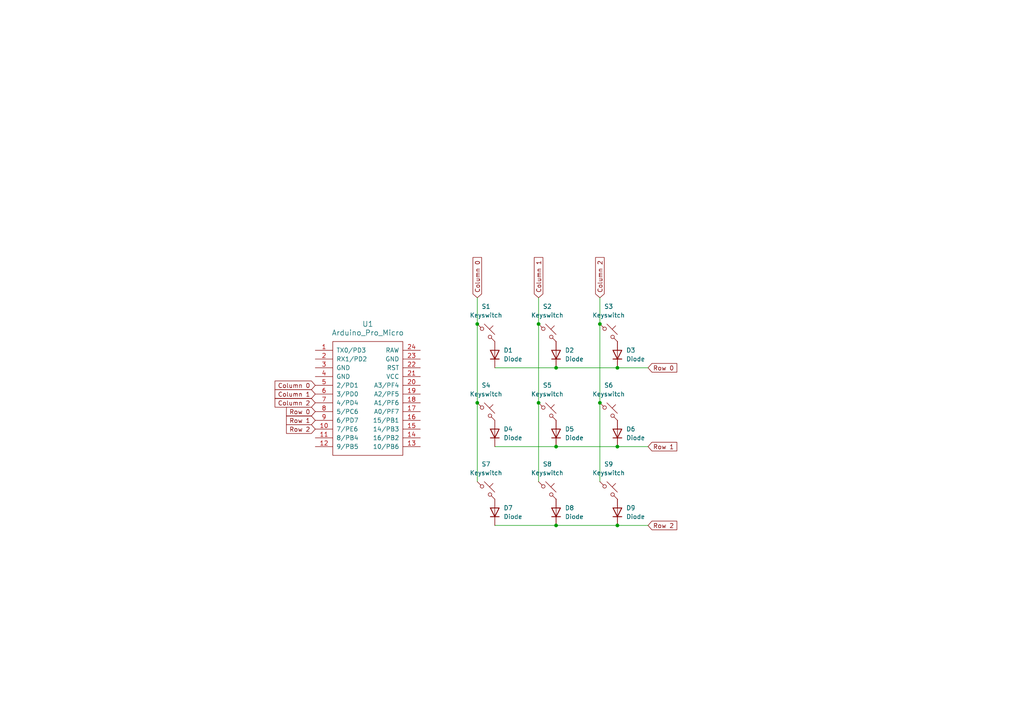
<source format=kicad_sch>
(kicad_sch
	(version 20250114)
	(generator "eeschema")
	(generator_version "9.0")
	(uuid "8a50c21a-e91a-4e68-a097-ae0702272f67")
	(paper "A4")
	(lib_symbols
		(symbol "ScottoKeebs:MCU_Arduino_Pro_Micro"
			(pin_names
				(offset 1.016)
			)
			(exclude_from_sim no)
			(in_bom yes)
			(on_board yes)
			(property "Reference" "U"
				(at 0 0 0)
				(effects
					(font
						(size 1.524 1.524)
					)
				)
			)
			(property "Value" "Arduino_Pro_Micro"
				(at 0 -19.05 0)
				(effects
					(font
						(size 1.524 1.524)
					)
				)
			)
			(property "Footprint" "ScottoKeebs_MCU:Arduino_Pro_Micro"
				(at 0 -22.86 0)
				(effects
					(font
						(size 1.524 1.524)
					)
					(hide yes)
				)
			)
			(property "Datasheet" ""
				(at 26.67 -63.5 90)
				(effects
					(font
						(size 1.524 1.524)
					)
					(hide yes)
				)
			)
			(property "Description" ""
				(at 0 0 0)
				(effects
					(font
						(size 1.27 1.27)
					)
					(hide yes)
				)
			)
			(symbol "MCU_Arduino_Pro_Micro_0_1"
				(rectangle
					(start -10.16 16.51)
					(end 10.16 -16.51)
					(stroke
						(width 0)
						(type solid)
					)
					(fill
						(type none)
					)
				)
			)
			(symbol "MCU_Arduino_Pro_Micro_1_1"
				(pin input line
					(at -15.24 13.97 0)
					(length 5.08)
					(name "TX0/PD3"
						(effects
							(font
								(size 1.27 1.27)
							)
						)
					)
					(number "1"
						(effects
							(font
								(size 1.27 1.27)
							)
						)
					)
				)
				(pin input line
					(at -15.24 11.43 0)
					(length 5.08)
					(name "RX1/PD2"
						(effects
							(font
								(size 1.27 1.27)
							)
						)
					)
					(number "2"
						(effects
							(font
								(size 1.27 1.27)
							)
						)
					)
				)
				(pin input line
					(at -15.24 8.89 0)
					(length 5.08)
					(name "GND"
						(effects
							(font
								(size 1.27 1.27)
							)
						)
					)
					(number "3"
						(effects
							(font
								(size 1.27 1.27)
							)
						)
					)
				)
				(pin input line
					(at -15.24 6.35 0)
					(length 5.08)
					(name "GND"
						(effects
							(font
								(size 1.27 1.27)
							)
						)
					)
					(number "4"
						(effects
							(font
								(size 1.27 1.27)
							)
						)
					)
				)
				(pin input line
					(at -15.24 3.81 0)
					(length 5.08)
					(name "2/PD1"
						(effects
							(font
								(size 1.27 1.27)
							)
						)
					)
					(number "5"
						(effects
							(font
								(size 1.27 1.27)
							)
						)
					)
				)
				(pin input line
					(at -15.24 1.27 0)
					(length 5.08)
					(name "3/PD0"
						(effects
							(font
								(size 1.27 1.27)
							)
						)
					)
					(number "6"
						(effects
							(font
								(size 1.27 1.27)
							)
						)
					)
				)
				(pin input line
					(at -15.24 -1.27 0)
					(length 5.08)
					(name "4/PD4"
						(effects
							(font
								(size 1.27 1.27)
							)
						)
					)
					(number "7"
						(effects
							(font
								(size 1.27 1.27)
							)
						)
					)
				)
				(pin input line
					(at -15.24 -3.81 0)
					(length 5.08)
					(name "5/PC6"
						(effects
							(font
								(size 1.27 1.27)
							)
						)
					)
					(number "8"
						(effects
							(font
								(size 1.27 1.27)
							)
						)
					)
				)
				(pin input line
					(at -15.24 -6.35 0)
					(length 5.08)
					(name "6/PD7"
						(effects
							(font
								(size 1.27 1.27)
							)
						)
					)
					(number "9"
						(effects
							(font
								(size 1.27 1.27)
							)
						)
					)
				)
				(pin input line
					(at -15.24 -8.89 0)
					(length 5.08)
					(name "7/PE6"
						(effects
							(font
								(size 1.27 1.27)
							)
						)
					)
					(number "10"
						(effects
							(font
								(size 1.27 1.27)
							)
						)
					)
				)
				(pin input line
					(at -15.24 -11.43 0)
					(length 5.08)
					(name "8/PB4"
						(effects
							(font
								(size 1.27 1.27)
							)
						)
					)
					(number "11"
						(effects
							(font
								(size 1.27 1.27)
							)
						)
					)
				)
				(pin input line
					(at -15.24 -13.97 0)
					(length 5.08)
					(name "9/PB5"
						(effects
							(font
								(size 1.27 1.27)
							)
						)
					)
					(number "12"
						(effects
							(font
								(size 1.27 1.27)
							)
						)
					)
				)
				(pin input line
					(at 15.24 13.97 180)
					(length 5.08)
					(name "RAW"
						(effects
							(font
								(size 1.27 1.27)
							)
						)
					)
					(number "24"
						(effects
							(font
								(size 1.27 1.27)
							)
						)
					)
				)
				(pin input line
					(at 15.24 11.43 180)
					(length 5.08)
					(name "GND"
						(effects
							(font
								(size 1.27 1.27)
							)
						)
					)
					(number "23"
						(effects
							(font
								(size 1.27 1.27)
							)
						)
					)
				)
				(pin input line
					(at 15.24 8.89 180)
					(length 5.08)
					(name "RST"
						(effects
							(font
								(size 1.27 1.27)
							)
						)
					)
					(number "22"
						(effects
							(font
								(size 1.27 1.27)
							)
						)
					)
				)
				(pin input line
					(at 15.24 6.35 180)
					(length 5.08)
					(name "VCC"
						(effects
							(font
								(size 1.27 1.27)
							)
						)
					)
					(number "21"
						(effects
							(font
								(size 1.27 1.27)
							)
						)
					)
				)
				(pin input line
					(at 15.24 3.81 180)
					(length 5.08)
					(name "A3/PF4"
						(effects
							(font
								(size 1.27 1.27)
							)
						)
					)
					(number "20"
						(effects
							(font
								(size 1.27 1.27)
							)
						)
					)
				)
				(pin input line
					(at 15.24 1.27 180)
					(length 5.08)
					(name "A2/PF5"
						(effects
							(font
								(size 1.27 1.27)
							)
						)
					)
					(number "19"
						(effects
							(font
								(size 1.27 1.27)
							)
						)
					)
				)
				(pin input line
					(at 15.24 -1.27 180)
					(length 5.08)
					(name "A1/PF6"
						(effects
							(font
								(size 1.27 1.27)
							)
						)
					)
					(number "18"
						(effects
							(font
								(size 1.27 1.27)
							)
						)
					)
				)
				(pin input line
					(at 15.24 -3.81 180)
					(length 5.08)
					(name "A0/PF7"
						(effects
							(font
								(size 1.27 1.27)
							)
						)
					)
					(number "17"
						(effects
							(font
								(size 1.27 1.27)
							)
						)
					)
				)
				(pin input line
					(at 15.24 -6.35 180)
					(length 5.08)
					(name "15/PB1"
						(effects
							(font
								(size 1.27 1.27)
							)
						)
					)
					(number "16"
						(effects
							(font
								(size 1.27 1.27)
							)
						)
					)
				)
				(pin input line
					(at 15.24 -8.89 180)
					(length 5.08)
					(name "14/PB3"
						(effects
							(font
								(size 1.27 1.27)
							)
						)
					)
					(number "15"
						(effects
							(font
								(size 1.27 1.27)
							)
						)
					)
				)
				(pin input line
					(at 15.24 -11.43 180)
					(length 5.08)
					(name "16/PB2"
						(effects
							(font
								(size 1.27 1.27)
							)
						)
					)
					(number "14"
						(effects
							(font
								(size 1.27 1.27)
							)
						)
					)
				)
				(pin input line
					(at 15.24 -13.97 180)
					(length 5.08)
					(name "10/PB6"
						(effects
							(font
								(size 1.27 1.27)
							)
						)
					)
					(number "13"
						(effects
							(font
								(size 1.27 1.27)
							)
						)
					)
				)
			)
			(embedded_fonts no)
		)
		(symbol "ScottoKeebs:Placeholder_Diode"
			(pin_numbers
				(hide yes)
			)
			(pin_names
				(hide yes)
			)
			(exclude_from_sim no)
			(in_bom yes)
			(on_board yes)
			(property "Reference" "D"
				(at 0 2.54 0)
				(effects
					(font
						(size 1.27 1.27)
					)
				)
			)
			(property "Value" "Diode"
				(at 0 -2.54 0)
				(effects
					(font
						(size 1.27 1.27)
					)
				)
			)
			(property "Footprint" ""
				(at 0 0 0)
				(effects
					(font
						(size 1.27 1.27)
					)
					(hide yes)
				)
			)
			(property "Datasheet" ""
				(at 0 0 0)
				(effects
					(font
						(size 1.27 1.27)
					)
					(hide yes)
				)
			)
			(property "Description" "1N4148 (DO-35) or 1N4148W (SOD-123)"
				(at 0 0 0)
				(effects
					(font
						(size 1.27 1.27)
					)
					(hide yes)
				)
			)
			(property "Sim.Device" "D"
				(at 0 0 0)
				(effects
					(font
						(size 1.27 1.27)
					)
					(hide yes)
				)
			)
			(property "Sim.Pins" "1=K 2=A"
				(at 0 0 0)
				(effects
					(font
						(size 1.27 1.27)
					)
					(hide yes)
				)
			)
			(property "ki_keywords" "diode"
				(at 0 0 0)
				(effects
					(font
						(size 1.27 1.27)
					)
					(hide yes)
				)
			)
			(property "ki_fp_filters" "D*DO?35*"
				(at 0 0 0)
				(effects
					(font
						(size 1.27 1.27)
					)
					(hide yes)
				)
			)
			(symbol "Placeholder_Diode_0_1"
				(polyline
					(pts
						(xy -1.27 1.27) (xy -1.27 -1.27)
					)
					(stroke
						(width 0.254)
						(type default)
					)
					(fill
						(type none)
					)
				)
				(polyline
					(pts
						(xy 1.27 1.27) (xy 1.27 -1.27) (xy -1.27 0) (xy 1.27 1.27)
					)
					(stroke
						(width 0.254)
						(type default)
					)
					(fill
						(type none)
					)
				)
				(polyline
					(pts
						(xy 1.27 0) (xy -1.27 0)
					)
					(stroke
						(width 0)
						(type default)
					)
					(fill
						(type none)
					)
				)
			)
			(symbol "Placeholder_Diode_1_1"
				(pin passive line
					(at -3.81 0 0)
					(length 2.54)
					(name "K"
						(effects
							(font
								(size 1.27 1.27)
							)
						)
					)
					(number "1"
						(effects
							(font
								(size 1.27 1.27)
							)
						)
					)
				)
				(pin passive line
					(at 3.81 0 180)
					(length 2.54)
					(name "A"
						(effects
							(font
								(size 1.27 1.27)
							)
						)
					)
					(number "2"
						(effects
							(font
								(size 1.27 1.27)
							)
						)
					)
				)
			)
			(embedded_fonts no)
		)
		(symbol "ScottoKeebs:Placeholder_Keyswitch"
			(pin_numbers
				(hide yes)
			)
			(pin_names
				(offset 1.016)
				(hide yes)
			)
			(exclude_from_sim no)
			(in_bom yes)
			(on_board yes)
			(property "Reference" "S"
				(at 3.048 1.016 0)
				(effects
					(font
						(size 1.27 1.27)
					)
					(justify left)
				)
			)
			(property "Value" "Keyswitch"
				(at 0 -3.81 0)
				(effects
					(font
						(size 1.27 1.27)
					)
				)
			)
			(property "Footprint" ""
				(at 0 0 0)
				(effects
					(font
						(size 1.27 1.27)
					)
					(hide yes)
				)
			)
			(property "Datasheet" "~"
				(at 0 0 0)
				(effects
					(font
						(size 1.27 1.27)
					)
					(hide yes)
				)
			)
			(property "Description" "Push button switch, normally open, two pins, 45° tilted"
				(at 0 0 0)
				(effects
					(font
						(size 1.27 1.27)
					)
					(hide yes)
				)
			)
			(property "ki_keywords" "switch normally-open pushbutton push-button"
				(at 0 0 0)
				(effects
					(font
						(size 1.27 1.27)
					)
					(hide yes)
				)
			)
			(symbol "Placeholder_Keyswitch_0_1"
				(polyline
					(pts
						(xy -2.54 2.54) (xy -1.524 1.524) (xy -1.524 1.524)
					)
					(stroke
						(width 0)
						(type default)
					)
					(fill
						(type none)
					)
				)
				(circle
					(center -1.1684 1.1684)
					(radius 0.508)
					(stroke
						(width 0)
						(type default)
					)
					(fill
						(type none)
					)
				)
				(polyline
					(pts
						(xy -0.508 2.54) (xy 2.54 -0.508)
					)
					(stroke
						(width 0)
						(type default)
					)
					(fill
						(type none)
					)
				)
				(polyline
					(pts
						(xy 1.016 1.016) (xy 2.032 2.032)
					)
					(stroke
						(width 0)
						(type default)
					)
					(fill
						(type none)
					)
				)
				(circle
					(center 1.143 -1.1938)
					(radius 0.508)
					(stroke
						(width 0)
						(type default)
					)
					(fill
						(type none)
					)
				)
				(polyline
					(pts
						(xy 1.524 -1.524) (xy 2.54 -2.54) (xy 2.54 -2.54) (xy 2.54 -2.54)
					)
					(stroke
						(width 0)
						(type default)
					)
					(fill
						(type none)
					)
				)
				(pin passive line
					(at -2.54 2.54 0)
					(length 0)
					(name "1"
						(effects
							(font
								(size 1.27 1.27)
							)
						)
					)
					(number "1"
						(effects
							(font
								(size 1.27 1.27)
							)
						)
					)
				)
				(pin passive line
					(at 2.54 -2.54 180)
					(length 0)
					(name "2"
						(effects
							(font
								(size 1.27 1.27)
							)
						)
					)
					(number "2"
						(effects
							(font
								(size 1.27 1.27)
							)
						)
					)
				)
			)
			(embedded_fonts no)
		)
	)
	(junction
		(at 156.21 93.98)
		(diameter 0)
		(color 0 0 0 0)
		(uuid "204f048f-c4b7-4e41-8d07-f2378b972fe4")
	)
	(junction
		(at 173.99 116.84)
		(diameter 0)
		(color 0 0 0 0)
		(uuid "26e4d181-3cb1-4f48-963d-ff11bf1db2eb")
	)
	(junction
		(at 138.43 93.98)
		(diameter 0)
		(color 0 0 0 0)
		(uuid "27588881-72a0-441a-9d93-5a22428bf607")
	)
	(junction
		(at 179.07 152.4)
		(diameter 0)
		(color 0 0 0 0)
		(uuid "3d0f1a03-8921-40b1-a019-dff2a83c3300")
	)
	(junction
		(at 179.07 106.68)
		(diameter 0)
		(color 0 0 0 0)
		(uuid "3d5616f9-5d88-4874-bde5-3e0d34233bd5")
	)
	(junction
		(at 161.29 106.68)
		(diameter 0)
		(color 0 0 0 0)
		(uuid "41a9142e-ec75-49e6-af97-7d44ce971d57")
	)
	(junction
		(at 138.43 116.84)
		(diameter 0)
		(color 0 0 0 0)
		(uuid "715cf125-5b4a-410b-a8d0-b8c84f0f480e")
	)
	(junction
		(at 161.29 129.54)
		(diameter 0)
		(color 0 0 0 0)
		(uuid "854b5ac0-99f1-46f2-8eda-f5ca92e0393c")
	)
	(junction
		(at 161.29 152.4)
		(diameter 0)
		(color 0 0 0 0)
		(uuid "e14bfbd0-1634-4b3c-b42a-061241d16189")
	)
	(junction
		(at 179.07 129.54)
		(diameter 0)
		(color 0 0 0 0)
		(uuid "f23cfcda-e7ed-4d84-b2ad-9f12a1983152")
	)
	(junction
		(at 156.21 116.84)
		(diameter 0)
		(color 0 0 0 0)
		(uuid "f450d323-2f51-463a-903b-f23f1812ba5c")
	)
	(junction
		(at 173.99 93.98)
		(diameter 0)
		(color 0 0 0 0)
		(uuid "f7513cd6-27ea-4568-95fd-9f3ff4aa0340")
	)
	(wire
		(pts
			(xy 173.99 116.84) (xy 173.99 139.7)
		)
		(stroke
			(width 0)
			(type default)
		)
		(uuid "0d2e2a83-fd49-4d03-988d-ac9249249d21")
	)
	(wire
		(pts
			(xy 161.29 152.4) (xy 179.07 152.4)
		)
		(stroke
			(width 0)
			(type default)
		)
		(uuid "2a6484c3-6a83-49af-8afc-9db8eac119b3")
	)
	(wire
		(pts
			(xy 156.21 116.84) (xy 156.21 139.7)
		)
		(stroke
			(width 0)
			(type default)
		)
		(uuid "3012e5e3-a057-40b1-b819-066238ce3a82")
	)
	(wire
		(pts
			(xy 143.51 152.4) (xy 161.29 152.4)
		)
		(stroke
			(width 0)
			(type default)
		)
		(uuid "32f55e6a-4758-4d24-a344-d261b880ce8e")
	)
	(wire
		(pts
			(xy 143.51 129.54) (xy 161.29 129.54)
		)
		(stroke
			(width 0)
			(type default)
		)
		(uuid "3e8037ed-17dd-42c9-9d5b-42a63cd03a3f")
	)
	(wire
		(pts
			(xy 156.21 86.36) (xy 156.21 93.98)
		)
		(stroke
			(width 0)
			(type default)
		)
		(uuid "42a1f6c1-2ed5-4592-b669-db31ef631be8")
	)
	(wire
		(pts
			(xy 187.96 129.54) (xy 179.07 129.54)
		)
		(stroke
			(width 0)
			(type default)
		)
		(uuid "4758e3ee-1df5-4a8a-a19e-db8af24400ea")
	)
	(wire
		(pts
			(xy 173.99 93.98) (xy 173.99 116.84)
		)
		(stroke
			(width 0)
			(type default)
		)
		(uuid "57417ef8-b962-4968-a277-3680bd10e00a")
	)
	(wire
		(pts
			(xy 187.96 152.4) (xy 179.07 152.4)
		)
		(stroke
			(width 0)
			(type default)
		)
		(uuid "626a6b6a-9784-4b36-9198-882d9ef4a59b")
	)
	(wire
		(pts
			(xy 143.51 106.68) (xy 161.29 106.68)
		)
		(stroke
			(width 0)
			(type default)
		)
		(uuid "8463eac6-16bc-483a-98f1-1b77d6d81192")
	)
	(wire
		(pts
			(xy 138.43 116.84) (xy 138.43 139.7)
		)
		(stroke
			(width 0)
			(type default)
		)
		(uuid "873330f5-13a3-4521-a587-6c1582661822")
	)
	(wire
		(pts
			(xy 161.29 106.68) (xy 179.07 106.68)
		)
		(stroke
			(width 0)
			(type default)
		)
		(uuid "8a8dbbf4-fb19-4a33-a5d7-d278bb80d94a")
	)
	(wire
		(pts
			(xy 138.43 86.36) (xy 138.43 93.98)
		)
		(stroke
			(width 0)
			(type default)
		)
		(uuid "9ea8078c-bfff-4323-9672-d085d1da3d1f")
	)
	(wire
		(pts
			(xy 138.43 93.98) (xy 138.43 116.84)
		)
		(stroke
			(width 0)
			(type default)
		)
		(uuid "a0043388-1d3d-4b94-aed0-271e8d782ffa")
	)
	(wire
		(pts
			(xy 156.21 93.98) (xy 156.21 116.84)
		)
		(stroke
			(width 0)
			(type default)
		)
		(uuid "b6050dcd-1085-4318-b131-f93cbbf35a7a")
	)
	(wire
		(pts
			(xy 187.96 106.68) (xy 179.07 106.68)
		)
		(stroke
			(width 0)
			(type default)
		)
		(uuid "c128b6ad-404a-4405-ba74-821daf506b37")
	)
	(wire
		(pts
			(xy 161.29 129.54) (xy 179.07 129.54)
		)
		(stroke
			(width 0)
			(type default)
		)
		(uuid "e6c21bce-249b-4798-a1c2-c2a05284fdf5")
	)
	(wire
		(pts
			(xy 173.99 86.36) (xy 173.99 93.98)
		)
		(stroke
			(width 0)
			(type default)
		)
		(uuid "ebb9398d-7561-465b-b155-351219652128")
	)
	(global_label "Column 1"
		(shape input)
		(at 156.21 86.36 90)
		(fields_autoplaced yes)
		(effects
			(font
				(size 1.27 1.27)
			)
			(justify left)
		)
		(uuid "11d80147-ad2a-4bcc-b29b-884d25daf695")
		(property "Intersheetrefs" "${INTERSHEET_REFS}"
			(at 156.21 74.1222 90)
			(effects
				(font
					(size 1.27 1.27)
				)
				(justify left)
				(hide yes)
			)
		)
	)
	(global_label "Column 0"
		(shape input)
		(at 91.44 111.76 180)
		(fields_autoplaced yes)
		(effects
			(font
				(size 1.27 1.27)
			)
			(justify right)
		)
		(uuid "28eeed81-8fff-4996-b71b-ad5027251eca")
		(property "Intersheetrefs" "${INTERSHEET_REFS}"
			(at 79.2022 111.76 0)
			(effects
				(font
					(size 1.27 1.27)
				)
				(justify right)
				(hide yes)
			)
		)
	)
	(global_label "Column 2"
		(shape input)
		(at 173.99 86.36 90)
		(fields_autoplaced yes)
		(effects
			(font
				(size 1.27 1.27)
			)
			(justify left)
		)
		(uuid "3bc91a5a-016f-46bc-8438-679be7ed8769")
		(property "Intersheetrefs" "${INTERSHEET_REFS}"
			(at 173.99 74.1222 90)
			(effects
				(font
					(size 1.27 1.27)
				)
				(justify left)
				(hide yes)
			)
		)
	)
	(global_label "Row 0"
		(shape input)
		(at 91.44 119.38 180)
		(fields_autoplaced yes)
		(effects
			(font
				(size 1.27 1.27)
			)
			(justify right)
		)
		(uuid "51eb5759-3e92-471f-a10a-ce3e388df49d")
		(property "Intersheetrefs" "${INTERSHEET_REFS}"
			(at 82.5282 119.38 0)
			(effects
				(font
					(size 1.27 1.27)
				)
				(justify right)
				(hide yes)
			)
		)
	)
	(global_label "Column 2"
		(shape input)
		(at 91.44 116.84 180)
		(fields_autoplaced yes)
		(effects
			(font
				(size 1.27 1.27)
			)
			(justify right)
		)
		(uuid "5ffe8428-9523-4be6-bf95-b24324e285e8")
		(property "Intersheetrefs" "${INTERSHEET_REFS}"
			(at 79.2022 116.84 0)
			(effects
				(font
					(size 1.27 1.27)
				)
				(justify right)
				(hide yes)
			)
		)
	)
	(global_label "Row 2"
		(shape input)
		(at 187.96 152.4 0)
		(fields_autoplaced yes)
		(effects
			(font
				(size 1.27 1.27)
			)
			(justify left)
		)
		(uuid "6f059b17-20af-442b-b1c1-550f94989925")
		(property "Intersheetrefs" "${INTERSHEET_REFS}"
			(at 196.8718 152.4 0)
			(effects
				(font
					(size 1.27 1.27)
				)
				(justify left)
				(hide yes)
			)
		)
	)
	(global_label "Row 1"
		(shape input)
		(at 187.96 129.54 0)
		(fields_autoplaced yes)
		(effects
			(font
				(size 1.27 1.27)
			)
			(justify left)
		)
		(uuid "7ee0235d-69f8-4308-a39b-602b2330e32f")
		(property "Intersheetrefs" "${INTERSHEET_REFS}"
			(at 196.8718 129.54 0)
			(effects
				(font
					(size 1.27 1.27)
				)
				(justify left)
				(hide yes)
			)
		)
	)
	(global_label "Column 1"
		(shape input)
		(at 91.44 114.3 180)
		(fields_autoplaced yes)
		(effects
			(font
				(size 1.27 1.27)
			)
			(justify right)
		)
		(uuid "c006a752-daeb-4ecc-b2d6-7b85dcec879e")
		(property "Intersheetrefs" "${INTERSHEET_REFS}"
			(at 79.2022 114.3 0)
			(effects
				(font
					(size 1.27 1.27)
				)
				(justify right)
				(hide yes)
			)
		)
	)
	(global_label "Row 1"
		(shape input)
		(at 91.44 121.92 180)
		(fields_autoplaced yes)
		(effects
			(font
				(size 1.27 1.27)
			)
			(justify right)
		)
		(uuid "c075d0b8-7113-43e6-a208-c002142ed4f6")
		(property "Intersheetrefs" "${INTERSHEET_REFS}"
			(at 82.5282 121.92 0)
			(effects
				(font
					(size 1.27 1.27)
				)
				(justify right)
				(hide yes)
			)
		)
	)
	(global_label "Column 0"
		(shape input)
		(at 138.43 86.36 90)
		(fields_autoplaced yes)
		(effects
			(font
				(size 1.27 1.27)
			)
			(justify left)
		)
		(uuid "cf2fca8d-fecf-4816-add2-221dd571feed")
		(property "Intersheetrefs" "${INTERSHEET_REFS}"
			(at 138.43 74.1222 90)
			(effects
				(font
					(size 1.27 1.27)
				)
				(justify left)
				(hide yes)
			)
		)
	)
	(global_label "Row 0"
		(shape input)
		(at 187.96 106.68 0)
		(fields_autoplaced yes)
		(effects
			(font
				(size 1.27 1.27)
			)
			(justify left)
		)
		(uuid "d731cb68-1bb7-41f9-a69f-9e807b5b6208")
		(property "Intersheetrefs" "${INTERSHEET_REFS}"
			(at 196.8718 106.68 0)
			(effects
				(font
					(size 1.27 1.27)
				)
				(justify left)
				(hide yes)
			)
		)
	)
	(global_label "Row 2"
		(shape input)
		(at 91.44 124.46 180)
		(fields_autoplaced yes)
		(effects
			(font
				(size 1.27 1.27)
			)
			(justify right)
		)
		(uuid "dadaf2cb-13c3-43d0-a55d-0102e800e062")
		(property "Intersheetrefs" "${INTERSHEET_REFS}"
			(at 82.5282 124.46 0)
			(effects
				(font
					(size 1.27 1.27)
				)
				(justify right)
				(hide yes)
			)
		)
	)
	(symbol
		(lib_id "ScottoKeebs:Placeholder_Diode")
		(at 143.51 102.87 90)
		(unit 1)
		(exclude_from_sim no)
		(in_bom yes)
		(on_board yes)
		(dnp no)
		(fields_autoplaced yes)
		(uuid "0eb87b33-2e03-4859-a17b-3ff2b460e9c8")
		(property "Reference" "D1"
			(at 146.05 101.5999 90)
			(effects
				(font
					(size 1.27 1.27)
				)
				(justify right)
			)
		)
		(property "Value" "Diode"
			(at 146.05 104.1399 90)
			(effects
				(font
					(size 1.27 1.27)
				)
				(justify right)
			)
		)
		(property "Footprint" "ScottoKeebs_Components:Diode_DO-35"
			(at 143.51 102.87 0)
			(effects
				(font
					(size 1.27 1.27)
				)
				(hide yes)
			)
		)
		(property "Datasheet" ""
			(at 143.51 102.87 0)
			(effects
				(font
					(size 1.27 1.27)
				)
				(hide yes)
			)
		)
		(property "Description" "1N4148 (DO-35) or 1N4148W (SOD-123)"
			(at 143.51 102.87 0)
			(effects
				(font
					(size 1.27 1.27)
				)
				(hide yes)
			)
		)
		(property "Sim.Device" "D"
			(at 143.51 102.87 0)
			(effects
				(font
					(size 1.27 1.27)
				)
				(hide yes)
			)
		)
		(property "Sim.Pins" "1=K 2=A"
			(at 143.51 102.87 0)
			(effects
				(font
					(size 1.27 1.27)
				)
				(hide yes)
			)
		)
		(pin "1"
			(uuid "3b1367bf-740b-4160-972c-d13d36d95332")
		)
		(pin "2"
			(uuid "a0b0b25a-9e16-4f50-b16b-97eb5535ba15")
		)
		(instances
			(project ""
				(path "/8a50c21a-e91a-4e68-a097-ae0702272f67"
					(reference "D1")
					(unit 1)
				)
			)
		)
	)
	(symbol
		(lib_id "ScottoKeebs:Placeholder_Keyswitch")
		(at 176.53 119.38 0)
		(unit 1)
		(exclude_from_sim no)
		(in_bom yes)
		(on_board yes)
		(dnp no)
		(fields_autoplaced yes)
		(uuid "10ef5894-afc3-4df6-81fd-13fe5d63ff42")
		(property "Reference" "S6"
			(at 176.53 111.76 0)
			(effects
				(font
					(size 1.27 1.27)
				)
			)
		)
		(property "Value" "Keyswitch"
			(at 176.53 114.3 0)
			(effects
				(font
					(size 1.27 1.27)
				)
			)
		)
		(property "Footprint" "ScottoKeebs_MX:MX_PCB_1.00u"
			(at 176.53 119.38 0)
			(effects
				(font
					(size 1.27 1.27)
				)
				(hide yes)
			)
		)
		(property "Datasheet" "~"
			(at 176.53 119.38 0)
			(effects
				(font
					(size 1.27 1.27)
				)
				(hide yes)
			)
		)
		(property "Description" "Push button switch, normally open, two pins, 45° tilted"
			(at 176.53 119.38 0)
			(effects
				(font
					(size 1.27 1.27)
				)
				(hide yes)
			)
		)
		(pin "1"
			(uuid "cadb17ce-ac75-4533-9900-0b4689d60b01")
		)
		(pin "2"
			(uuid "45f16f8b-bdac-4a2c-b0b0-0ba856cdf746")
		)
		(instances
			(project "hackpad0.09"
				(path "/8a50c21a-e91a-4e68-a097-ae0702272f67"
					(reference "S6")
					(unit 1)
				)
			)
		)
	)
	(symbol
		(lib_id "ScottoKeebs:Placeholder_Diode")
		(at 179.07 102.87 90)
		(unit 1)
		(exclude_from_sim no)
		(in_bom yes)
		(on_board yes)
		(dnp no)
		(fields_autoplaced yes)
		(uuid "1e4f94cc-e915-478a-a2db-39ab61445e2e")
		(property "Reference" "D3"
			(at 181.61 101.5999 90)
			(effects
				(font
					(size 1.27 1.27)
				)
				(justify right)
			)
		)
		(property "Value" "Diode"
			(at 181.61 104.1399 90)
			(effects
				(font
					(size 1.27 1.27)
				)
				(justify right)
			)
		)
		(property "Footprint" "ScottoKeebs_Components:Diode_DO-35"
			(at 179.07 102.87 0)
			(effects
				(font
					(size 1.27 1.27)
				)
				(hide yes)
			)
		)
		(property "Datasheet" ""
			(at 179.07 102.87 0)
			(effects
				(font
					(size 1.27 1.27)
				)
				(hide yes)
			)
		)
		(property "Description" "1N4148 (DO-35) or 1N4148W (SOD-123)"
			(at 179.07 102.87 0)
			(effects
				(font
					(size 1.27 1.27)
				)
				(hide yes)
			)
		)
		(property "Sim.Device" "D"
			(at 179.07 102.87 0)
			(effects
				(font
					(size 1.27 1.27)
				)
				(hide yes)
			)
		)
		(property "Sim.Pins" "1=K 2=A"
			(at 179.07 102.87 0)
			(effects
				(font
					(size 1.27 1.27)
				)
				(hide yes)
			)
		)
		(pin "1"
			(uuid "36975b96-fd08-462c-b315-81d5584089ca")
		)
		(pin "2"
			(uuid "2e0a1d19-d6e1-4503-affb-ea143af3bf78")
		)
		(instances
			(project "hackpad0.09"
				(path "/8a50c21a-e91a-4e68-a097-ae0702272f67"
					(reference "D3")
					(unit 1)
				)
			)
		)
	)
	(symbol
		(lib_id "ScottoKeebs:Placeholder_Keyswitch")
		(at 176.53 142.24 0)
		(unit 1)
		(exclude_from_sim no)
		(in_bom yes)
		(on_board yes)
		(dnp no)
		(fields_autoplaced yes)
		(uuid "2f86481a-4e24-41df-a0bb-4a08ee9472cb")
		(property "Reference" "S9"
			(at 176.53 134.62 0)
			(effects
				(font
					(size 1.27 1.27)
				)
			)
		)
		(property "Value" "Keyswitch"
			(at 176.53 137.16 0)
			(effects
				(font
					(size 1.27 1.27)
				)
			)
		)
		(property "Footprint" "ScottoKeebs_MX:MX_PCB_1.00u"
			(at 176.53 142.24 0)
			(effects
				(font
					(size 1.27 1.27)
				)
				(hide yes)
			)
		)
		(property "Datasheet" "~"
			(at 176.53 142.24 0)
			(effects
				(font
					(size 1.27 1.27)
				)
				(hide yes)
			)
		)
		(property "Description" "Push button switch, normally open, two pins, 45° tilted"
			(at 176.53 142.24 0)
			(effects
				(font
					(size 1.27 1.27)
				)
				(hide yes)
			)
		)
		(pin "1"
			(uuid "a209c30a-3b3c-465c-aeb1-e4355e7c4e62")
		)
		(pin "2"
			(uuid "69b2872f-293b-492b-9143-83f840714d60")
		)
		(instances
			(project "hackpad0.09"
				(path "/8a50c21a-e91a-4e68-a097-ae0702272f67"
					(reference "S9")
					(unit 1)
				)
			)
		)
	)
	(symbol
		(lib_id "ScottoKeebs:Placeholder_Keyswitch")
		(at 158.75 96.52 0)
		(unit 1)
		(exclude_from_sim no)
		(in_bom yes)
		(on_board yes)
		(dnp no)
		(fields_autoplaced yes)
		(uuid "542f7407-1ca7-44b3-961e-32c63989e297")
		(property "Reference" "S2"
			(at 158.75 88.9 0)
			(effects
				(font
					(size 1.27 1.27)
				)
			)
		)
		(property "Value" "Keyswitch"
			(at 158.75 91.44 0)
			(effects
				(font
					(size 1.27 1.27)
				)
			)
		)
		(property "Footprint" "ScottoKeebs_MX:MX_PCB_1.00u"
			(at 158.75 96.52 0)
			(effects
				(font
					(size 1.27 1.27)
				)
				(hide yes)
			)
		)
		(property "Datasheet" "~"
			(at 158.75 96.52 0)
			(effects
				(font
					(size 1.27 1.27)
				)
				(hide yes)
			)
		)
		(property "Description" "Push button switch, normally open, two pins, 45° tilted"
			(at 158.75 96.52 0)
			(effects
				(font
					(size 1.27 1.27)
				)
				(hide yes)
			)
		)
		(pin "1"
			(uuid "3e533dbc-5ed9-4951-a29f-1bdde5e8354b")
		)
		(pin "2"
			(uuid "cc57b072-77d0-498b-89f9-6b26b25265a1")
		)
		(instances
			(project "hackpad0.09"
				(path "/8a50c21a-e91a-4e68-a097-ae0702272f67"
					(reference "S2")
					(unit 1)
				)
			)
		)
	)
	(symbol
		(lib_id "ScottoKeebs:Placeholder_Diode")
		(at 143.51 125.73 90)
		(unit 1)
		(exclude_from_sim no)
		(in_bom yes)
		(on_board yes)
		(dnp no)
		(fields_autoplaced yes)
		(uuid "55b0c4ba-bf53-4bb5-9e28-0706ccbf2270")
		(property "Reference" "D4"
			(at 146.05 124.4599 90)
			(effects
				(font
					(size 1.27 1.27)
				)
				(justify right)
			)
		)
		(property "Value" "Diode"
			(at 146.05 126.9999 90)
			(effects
				(font
					(size 1.27 1.27)
				)
				(justify right)
			)
		)
		(property "Footprint" "ScottoKeebs_Components:Diode_DO-35"
			(at 143.51 125.73 0)
			(effects
				(font
					(size 1.27 1.27)
				)
				(hide yes)
			)
		)
		(property "Datasheet" ""
			(at 143.51 125.73 0)
			(effects
				(font
					(size 1.27 1.27)
				)
				(hide yes)
			)
		)
		(property "Description" "1N4148 (DO-35) or 1N4148W (SOD-123)"
			(at 143.51 125.73 0)
			(effects
				(font
					(size 1.27 1.27)
				)
				(hide yes)
			)
		)
		(property "Sim.Device" "D"
			(at 143.51 125.73 0)
			(effects
				(font
					(size 1.27 1.27)
				)
				(hide yes)
			)
		)
		(property "Sim.Pins" "1=K 2=A"
			(at 143.51 125.73 0)
			(effects
				(font
					(size 1.27 1.27)
				)
				(hide yes)
			)
		)
		(pin "1"
			(uuid "6678ace3-7c11-4b8d-b6c7-9c8f7059343b")
		)
		(pin "2"
			(uuid "095d1dcf-9465-4571-9c96-6c9afd1aa287")
		)
		(instances
			(project "hackpad0.09"
				(path "/8a50c21a-e91a-4e68-a097-ae0702272f67"
					(reference "D4")
					(unit 1)
				)
			)
		)
	)
	(symbol
		(lib_id "ScottoKeebs:MCU_Arduino_Pro_Micro")
		(at 106.68 115.57 0)
		(unit 1)
		(exclude_from_sim no)
		(in_bom yes)
		(on_board yes)
		(dnp no)
		(fields_autoplaced yes)
		(uuid "72818616-d6eb-4baa-84f1-b42bd6561c5e")
		(property "Reference" "U1"
			(at 106.68 93.98 0)
			(effects
				(font
					(size 1.524 1.524)
				)
			)
		)
		(property "Value" "Arduino_Pro_Micro"
			(at 106.68 96.52 0)
			(effects
				(font
					(size 1.524 1.524)
				)
			)
		)
		(property "Footprint" "ScottoKeebs_MCU:Arduino_Pro_Micro"
			(at 106.68 138.43 0)
			(effects
				(font
					(size 1.524 1.524)
				)
				(hide yes)
			)
		)
		(property "Datasheet" ""
			(at 133.35 179.07 90)
			(effects
				(font
					(size 1.524 1.524)
				)
				(hide yes)
			)
		)
		(property "Description" ""
			(at 106.68 115.57 0)
			(effects
				(font
					(size 1.27 1.27)
				)
				(hide yes)
			)
		)
		(pin "1"
			(uuid "2463cff5-d227-47ed-ac71-aea4ad66352e")
		)
		(pin "3"
			(uuid "a317e57a-5312-4cc6-8b56-83c7e6bd64b3")
		)
		(pin "10"
			(uuid "7bea1b6b-0167-4b22-91cc-75e0f85cc318")
		)
		(pin "6"
			(uuid "425f9cd1-93eb-4d71-8509-5da8cf8deb6e")
		)
		(pin "23"
			(uuid "4bb6a40b-6ec3-47e1-83ee-0413a8a82f16")
		)
		(pin "4"
			(uuid "88e48a20-3005-461a-98b1-f0202dde79b1")
		)
		(pin "9"
			(uuid "470d9814-6d27-4037-a8b3-ed7849566971")
		)
		(pin "7"
			(uuid "193d3396-71f4-4194-971a-9944fdc664fa")
		)
		(pin "2"
			(uuid "f74c689c-0c8a-49da-9be1-f66f110728b3")
		)
		(pin "5"
			(uuid "3a973c56-8cbb-428d-8c83-5ea2fcf264ba")
		)
		(pin "8"
			(uuid "49bdcd77-b914-407e-a3f5-354475791f9f")
		)
		(pin "11"
			(uuid "28bbaa68-7388-4eda-bde9-088353064548")
		)
		(pin "12"
			(uuid "43200373-1167-4d31-b75a-1926aee45e9e")
		)
		(pin "24"
			(uuid "33533458-fa5e-4cf4-89de-94c6f1c11962")
		)
		(pin "20"
			(uuid "e6dd40c2-af65-45a9-a33d-e563644c308e")
		)
		(pin "15"
			(uuid "64732059-064c-445b-b609-669cd5060908")
		)
		(pin "21"
			(uuid "848e7449-fbc1-468e-b6a0-af84eef3ddb0")
		)
		(pin "22"
			(uuid "e944f372-9cc3-464b-a29b-34638b7021b6")
		)
		(pin "19"
			(uuid "ca87a10e-5ed8-4af9-88ef-55513ac8ebd4")
		)
		(pin "18"
			(uuid "5598a343-c8d8-49c1-b3c4-50e88840184b")
		)
		(pin "17"
			(uuid "8485b553-8077-4600-9a55-9bc7214f6a9e")
		)
		(pin "14"
			(uuid "011e43de-e430-485d-a7e6-ace90b015db6")
		)
		(pin "13"
			(uuid "c58d2891-086d-4baa-a419-cf3e73a2c5f9")
		)
		(pin "16"
			(uuid "178f1f60-f404-4113-ad7d-a646f2f63694")
		)
		(instances
			(project ""
				(path "/8a50c21a-e91a-4e68-a097-ae0702272f67"
					(reference "U1")
					(unit 1)
				)
			)
		)
	)
	(symbol
		(lib_id "ScottoKeebs:Placeholder_Keyswitch")
		(at 158.75 142.24 0)
		(unit 1)
		(exclude_from_sim no)
		(in_bom yes)
		(on_board yes)
		(dnp no)
		(fields_autoplaced yes)
		(uuid "796c20f4-2beb-4f10-a272-0b936a96508c")
		(property "Reference" "S8"
			(at 158.75 134.62 0)
			(effects
				(font
					(size 1.27 1.27)
				)
			)
		)
		(property "Value" "Keyswitch"
			(at 158.75 137.16 0)
			(effects
				(font
					(size 1.27 1.27)
				)
			)
		)
		(property "Footprint" "ScottoKeebs_MX:MX_PCB_1.00u"
			(at 158.75 142.24 0)
			(effects
				(font
					(size 1.27 1.27)
				)
				(hide yes)
			)
		)
		(property "Datasheet" "~"
			(at 158.75 142.24 0)
			(effects
				(font
					(size 1.27 1.27)
				)
				(hide yes)
			)
		)
		(property "Description" "Push button switch, normally open, two pins, 45° tilted"
			(at 158.75 142.24 0)
			(effects
				(font
					(size 1.27 1.27)
				)
				(hide yes)
			)
		)
		(pin "1"
			(uuid "bbbb7862-9f1e-40a9-aeed-e56edf699790")
		)
		(pin "2"
			(uuid "68216cc3-a82d-4fea-adf4-66d8b145e380")
		)
		(instances
			(project "hackpad0.09"
				(path "/8a50c21a-e91a-4e68-a097-ae0702272f67"
					(reference "S8")
					(unit 1)
				)
			)
		)
	)
	(symbol
		(lib_id "ScottoKeebs:Placeholder_Diode")
		(at 161.29 125.73 90)
		(unit 1)
		(exclude_from_sim no)
		(in_bom yes)
		(on_board yes)
		(dnp no)
		(fields_autoplaced yes)
		(uuid "7f51f7e8-14f2-4a9a-aa94-bcacbeadeedd")
		(property "Reference" "D5"
			(at 163.83 124.4599 90)
			(effects
				(font
					(size 1.27 1.27)
				)
				(justify right)
			)
		)
		(property "Value" "Diode"
			(at 163.83 126.9999 90)
			(effects
				(font
					(size 1.27 1.27)
				)
				(justify right)
			)
		)
		(property "Footprint" "ScottoKeebs_Components:Diode_DO-35"
			(at 161.29 125.73 0)
			(effects
				(font
					(size 1.27 1.27)
				)
				(hide yes)
			)
		)
		(property "Datasheet" ""
			(at 161.29 125.73 0)
			(effects
				(font
					(size 1.27 1.27)
				)
				(hide yes)
			)
		)
		(property "Description" "1N4148 (DO-35) or 1N4148W (SOD-123)"
			(at 161.29 125.73 0)
			(effects
				(font
					(size 1.27 1.27)
				)
				(hide yes)
			)
		)
		(property "Sim.Device" "D"
			(at 161.29 125.73 0)
			(effects
				(font
					(size 1.27 1.27)
				)
				(hide yes)
			)
		)
		(property "Sim.Pins" "1=K 2=A"
			(at 161.29 125.73 0)
			(effects
				(font
					(size 1.27 1.27)
				)
				(hide yes)
			)
		)
		(pin "1"
			(uuid "8e1ad049-fef3-4454-9b78-025fac21ce79")
		)
		(pin "2"
			(uuid "1b0a3342-45f0-43ab-8f61-c5435cb89954")
		)
		(instances
			(project "hackpad0.09"
				(path "/8a50c21a-e91a-4e68-a097-ae0702272f67"
					(reference "D5")
					(unit 1)
				)
			)
		)
	)
	(symbol
		(lib_id "ScottoKeebs:Placeholder_Keyswitch")
		(at 158.75 119.38 0)
		(unit 1)
		(exclude_from_sim no)
		(in_bom yes)
		(on_board yes)
		(dnp no)
		(fields_autoplaced yes)
		(uuid "96491b00-1f46-4dc2-b478-ece81a67cf89")
		(property "Reference" "S5"
			(at 158.75 111.76 0)
			(effects
				(font
					(size 1.27 1.27)
				)
			)
		)
		(property "Value" "Keyswitch"
			(at 158.75 114.3 0)
			(effects
				(font
					(size 1.27 1.27)
				)
			)
		)
		(property "Footprint" "ScottoKeebs_MX:MX_PCB_1.00u"
			(at 158.75 119.38 0)
			(effects
				(font
					(size 1.27 1.27)
				)
				(hide yes)
			)
		)
		(property "Datasheet" "~"
			(at 158.75 119.38 0)
			(effects
				(font
					(size 1.27 1.27)
				)
				(hide yes)
			)
		)
		(property "Description" "Push button switch, normally open, two pins, 45° tilted"
			(at 158.75 119.38 0)
			(effects
				(font
					(size 1.27 1.27)
				)
				(hide yes)
			)
		)
		(pin "1"
			(uuid "9f7d456c-fdbe-4d55-a601-701b6b1aa2ef")
		)
		(pin "2"
			(uuid "7431692a-5a8d-43c4-af4f-bb5517742bf3")
		)
		(instances
			(project "hackpad0.09"
				(path "/8a50c21a-e91a-4e68-a097-ae0702272f67"
					(reference "S5")
					(unit 1)
				)
			)
		)
	)
	(symbol
		(lib_id "ScottoKeebs:Placeholder_Keyswitch")
		(at 140.97 142.24 0)
		(unit 1)
		(exclude_from_sim no)
		(in_bom yes)
		(on_board yes)
		(dnp no)
		(fields_autoplaced yes)
		(uuid "9c8d9394-20ce-4749-8d9b-2cf9f08c28e9")
		(property "Reference" "S7"
			(at 140.97 134.62 0)
			(effects
				(font
					(size 1.27 1.27)
				)
			)
		)
		(property "Value" "Keyswitch"
			(at 140.97 137.16 0)
			(effects
				(font
					(size 1.27 1.27)
				)
			)
		)
		(property "Footprint" "ScottoKeebs_MX:MX_PCB_1.00u"
			(at 140.97 142.24 0)
			(effects
				(font
					(size 1.27 1.27)
				)
				(hide yes)
			)
		)
		(property "Datasheet" "~"
			(at 140.97 142.24 0)
			(effects
				(font
					(size 1.27 1.27)
				)
				(hide yes)
			)
		)
		(property "Description" "Push button switch, normally open, two pins, 45° tilted"
			(at 140.97 142.24 0)
			(effects
				(font
					(size 1.27 1.27)
				)
				(hide yes)
			)
		)
		(pin "1"
			(uuid "a6bdf938-54e9-409a-9455-aca74c1cda67")
		)
		(pin "2"
			(uuid "f7f6c2c2-55cb-43fa-b18e-96c59802d065")
		)
		(instances
			(project "hackpad0.09"
				(path "/8a50c21a-e91a-4e68-a097-ae0702272f67"
					(reference "S7")
					(unit 1)
				)
			)
		)
	)
	(symbol
		(lib_id "ScottoKeebs:Placeholder_Keyswitch")
		(at 140.97 119.38 0)
		(unit 1)
		(exclude_from_sim no)
		(in_bom yes)
		(on_board yes)
		(dnp no)
		(fields_autoplaced yes)
		(uuid "c50fc76d-2139-46d9-b36c-0f4ab854875a")
		(property "Reference" "S4"
			(at 140.97 111.76 0)
			(effects
				(font
					(size 1.27 1.27)
				)
			)
		)
		(property "Value" "Keyswitch"
			(at 140.97 114.3 0)
			(effects
				(font
					(size 1.27 1.27)
				)
			)
		)
		(property "Footprint" "ScottoKeebs_MX:MX_PCB_1.00u"
			(at 140.97 119.38 0)
			(effects
				(font
					(size 1.27 1.27)
				)
				(hide yes)
			)
		)
		(property "Datasheet" "~"
			(at 140.97 119.38 0)
			(effects
				(font
					(size 1.27 1.27)
				)
				(hide yes)
			)
		)
		(property "Description" "Push button switch, normally open, two pins, 45° tilted"
			(at 140.97 119.38 0)
			(effects
				(font
					(size 1.27 1.27)
				)
				(hide yes)
			)
		)
		(pin "1"
			(uuid "fde0b8ae-7837-4cdf-ad9e-0006e659c296")
		)
		(pin "2"
			(uuid "951ee32e-3539-4ee7-a895-951cc66f216f")
		)
		(instances
			(project "hackpad0.09"
				(path "/8a50c21a-e91a-4e68-a097-ae0702272f67"
					(reference "S4")
					(unit 1)
				)
			)
		)
	)
	(symbol
		(lib_id "ScottoKeebs:Placeholder_Diode")
		(at 143.51 148.59 90)
		(unit 1)
		(exclude_from_sim no)
		(in_bom yes)
		(on_board yes)
		(dnp no)
		(fields_autoplaced yes)
		(uuid "c5d1995f-3ce0-4d20-8cf8-0c9651ca5b25")
		(property "Reference" "D7"
			(at 146.05 147.3199 90)
			(effects
				(font
					(size 1.27 1.27)
				)
				(justify right)
			)
		)
		(property "Value" "Diode"
			(at 146.05 149.8599 90)
			(effects
				(font
					(size 1.27 1.27)
				)
				(justify right)
			)
		)
		(property "Footprint" "ScottoKeebs_Components:Diode_DO-35"
			(at 143.51 148.59 0)
			(effects
				(font
					(size 1.27 1.27)
				)
				(hide yes)
			)
		)
		(property "Datasheet" ""
			(at 143.51 148.59 0)
			(effects
				(font
					(size 1.27 1.27)
				)
				(hide yes)
			)
		)
		(property "Description" "1N4148 (DO-35) or 1N4148W (SOD-123)"
			(at 143.51 148.59 0)
			(effects
				(font
					(size 1.27 1.27)
				)
				(hide yes)
			)
		)
		(property "Sim.Device" "D"
			(at 143.51 148.59 0)
			(effects
				(font
					(size 1.27 1.27)
				)
				(hide yes)
			)
		)
		(property "Sim.Pins" "1=K 2=A"
			(at 143.51 148.59 0)
			(effects
				(font
					(size 1.27 1.27)
				)
				(hide yes)
			)
		)
		(pin "1"
			(uuid "a5a16c9b-70fe-47c3-8bbf-2a7e6a782ade")
		)
		(pin "2"
			(uuid "b951ba54-6b9f-4942-a59a-6b5d3189a89f")
		)
		(instances
			(project "hackpad0.09"
				(path "/8a50c21a-e91a-4e68-a097-ae0702272f67"
					(reference "D7")
					(unit 1)
				)
			)
		)
	)
	(symbol
		(lib_id "ScottoKeebs:Placeholder_Diode")
		(at 161.29 102.87 90)
		(unit 1)
		(exclude_from_sim no)
		(in_bom yes)
		(on_board yes)
		(dnp no)
		(fields_autoplaced yes)
		(uuid "c5d39236-3f8a-4d4d-be2c-c4a05a5dc5a2")
		(property "Reference" "D2"
			(at 163.83 101.5999 90)
			(effects
				(font
					(size 1.27 1.27)
				)
				(justify right)
			)
		)
		(property "Value" "Diode"
			(at 163.83 104.1399 90)
			(effects
				(font
					(size 1.27 1.27)
				)
				(justify right)
			)
		)
		(property "Footprint" "ScottoKeebs_Components:Diode_DO-35"
			(at 161.29 102.87 0)
			(effects
				(font
					(size 1.27 1.27)
				)
				(hide yes)
			)
		)
		(property "Datasheet" ""
			(at 161.29 102.87 0)
			(effects
				(font
					(size 1.27 1.27)
				)
				(hide yes)
			)
		)
		(property "Description" "1N4148 (DO-35) or 1N4148W (SOD-123)"
			(at 161.29 102.87 0)
			(effects
				(font
					(size 1.27 1.27)
				)
				(hide yes)
			)
		)
		(property "Sim.Device" "D"
			(at 161.29 102.87 0)
			(effects
				(font
					(size 1.27 1.27)
				)
				(hide yes)
			)
		)
		(property "Sim.Pins" "1=K 2=A"
			(at 161.29 102.87 0)
			(effects
				(font
					(size 1.27 1.27)
				)
				(hide yes)
			)
		)
		(pin "1"
			(uuid "457bf335-f6e1-4325-9bf4-6cc93c79d4af")
		)
		(pin "2"
			(uuid "0526f15d-e773-458c-8e6b-ebb53b3f2be5")
		)
		(instances
			(project "hackpad0.09"
				(path "/8a50c21a-e91a-4e68-a097-ae0702272f67"
					(reference "D2")
					(unit 1)
				)
			)
		)
	)
	(symbol
		(lib_id "ScottoKeebs:Placeholder_Diode")
		(at 161.29 148.59 90)
		(unit 1)
		(exclude_from_sim no)
		(in_bom yes)
		(on_board yes)
		(dnp no)
		(fields_autoplaced yes)
		(uuid "ca810498-c97e-4d76-b6da-b61b52610974")
		(property "Reference" "D8"
			(at 163.83 147.3199 90)
			(effects
				(font
					(size 1.27 1.27)
				)
				(justify right)
			)
		)
		(property "Value" "Diode"
			(at 163.83 149.8599 90)
			(effects
				(font
					(size 1.27 1.27)
				)
				(justify right)
			)
		)
		(property "Footprint" "ScottoKeebs_Components:Diode_DO-35"
			(at 161.29 148.59 0)
			(effects
				(font
					(size 1.27 1.27)
				)
				(hide yes)
			)
		)
		(property "Datasheet" ""
			(at 161.29 148.59 0)
			(effects
				(font
					(size 1.27 1.27)
				)
				(hide yes)
			)
		)
		(property "Description" "1N4148 (DO-35) or 1N4148W (SOD-123)"
			(at 161.29 148.59 0)
			(effects
				(font
					(size 1.27 1.27)
				)
				(hide yes)
			)
		)
		(property "Sim.Device" "D"
			(at 161.29 148.59 0)
			(effects
				(font
					(size 1.27 1.27)
				)
				(hide yes)
			)
		)
		(property "Sim.Pins" "1=K 2=A"
			(at 161.29 148.59 0)
			(effects
				(font
					(size 1.27 1.27)
				)
				(hide yes)
			)
		)
		(pin "1"
			(uuid "0dba1e30-509b-41d0-bcb9-b7019bde873c")
		)
		(pin "2"
			(uuid "a45f24d6-66e7-4e13-b48d-13e021579470")
		)
		(instances
			(project "hackpad0.09"
				(path "/8a50c21a-e91a-4e68-a097-ae0702272f67"
					(reference "D8")
					(unit 1)
				)
			)
		)
	)
	(symbol
		(lib_id "ScottoKeebs:Placeholder_Keyswitch")
		(at 176.53 96.52 0)
		(unit 1)
		(exclude_from_sim no)
		(in_bom yes)
		(on_board yes)
		(dnp no)
		(fields_autoplaced yes)
		(uuid "d4d2652d-374c-4e98-a77d-ed2b4fee8dd1")
		(property "Reference" "S3"
			(at 176.53 88.9 0)
			(effects
				(font
					(size 1.27 1.27)
				)
			)
		)
		(property "Value" "Keyswitch"
			(at 176.53 91.44 0)
			(effects
				(font
					(size 1.27 1.27)
				)
			)
		)
		(property "Footprint" "ScottoKeebs_MX:MX_PCB_1.00u"
			(at 176.53 96.52 0)
			(effects
				(font
					(size 1.27 1.27)
				)
				(hide yes)
			)
		)
		(property "Datasheet" "~"
			(at 176.53 96.52 0)
			(effects
				(font
					(size 1.27 1.27)
				)
				(hide yes)
			)
		)
		(property "Description" "Push button switch, normally open, two pins, 45° tilted"
			(at 176.53 96.52 0)
			(effects
				(font
					(size 1.27 1.27)
				)
				(hide yes)
			)
		)
		(pin "1"
			(uuid "2189ade2-9c19-4798-adbc-0988e2114f76")
		)
		(pin "2"
			(uuid "50d09f0d-3943-4cc6-8e2b-644411ee8461")
		)
		(instances
			(project "hackpad0.09"
				(path "/8a50c21a-e91a-4e68-a097-ae0702272f67"
					(reference "S3")
					(unit 1)
				)
			)
		)
	)
	(symbol
		(lib_id "ScottoKeebs:Placeholder_Diode")
		(at 179.07 148.59 90)
		(unit 1)
		(exclude_from_sim no)
		(in_bom yes)
		(on_board yes)
		(dnp no)
		(fields_autoplaced yes)
		(uuid "eac25adc-8ec3-4a57-a155-e22d7f43691b")
		(property "Reference" "D9"
			(at 181.61 147.3199 90)
			(effects
				(font
					(size 1.27 1.27)
				)
				(justify right)
			)
		)
		(property "Value" "Diode"
			(at 181.61 149.8599 90)
			(effects
				(font
					(size 1.27 1.27)
				)
				(justify right)
			)
		)
		(property "Footprint" "ScottoKeebs_Components:Diode_DO-35"
			(at 179.07 148.59 0)
			(effects
				(font
					(size 1.27 1.27)
				)
				(hide yes)
			)
		)
		(property "Datasheet" ""
			(at 179.07 148.59 0)
			(effects
				(font
					(size 1.27 1.27)
				)
				(hide yes)
			)
		)
		(property "Description" "1N4148 (DO-35) or 1N4148W (SOD-123)"
			(at 179.07 148.59 0)
			(effects
				(font
					(size 1.27 1.27)
				)
				(hide yes)
			)
		)
		(property "Sim.Device" "D"
			(at 179.07 148.59 0)
			(effects
				(font
					(size 1.27 1.27)
				)
				(hide yes)
			)
		)
		(property "Sim.Pins" "1=K 2=A"
			(at 179.07 148.59 0)
			(effects
				(font
					(size 1.27 1.27)
				)
				(hide yes)
			)
		)
		(pin "1"
			(uuid "4e677b3a-3349-431c-9bb2-e801cf4408aa")
		)
		(pin "2"
			(uuid "1dcfb93e-2892-4b39-bbc0-5aa7c990379c")
		)
		(instances
			(project "hackpad0.09"
				(path "/8a50c21a-e91a-4e68-a097-ae0702272f67"
					(reference "D9")
					(unit 1)
				)
			)
		)
	)
	(symbol
		(lib_id "ScottoKeebs:Placeholder_Keyswitch")
		(at 140.97 96.52 0)
		(unit 1)
		(exclude_from_sim no)
		(in_bom yes)
		(on_board yes)
		(dnp no)
		(fields_autoplaced yes)
		(uuid "f1a7777d-f474-476d-8833-824b3816be24")
		(property "Reference" "S1"
			(at 140.97 88.9 0)
			(effects
				(font
					(size 1.27 1.27)
				)
			)
		)
		(property "Value" "Keyswitch"
			(at 140.97 91.44 0)
			(effects
				(font
					(size 1.27 1.27)
				)
			)
		)
		(property "Footprint" "ScottoKeebs_MX:MX_PCB_1.00u"
			(at 140.97 96.52 0)
			(effects
				(font
					(size 1.27 1.27)
				)
				(hide yes)
			)
		)
		(property "Datasheet" "~"
			(at 140.97 96.52 0)
			(effects
				(font
					(size 1.27 1.27)
				)
				(hide yes)
			)
		)
		(property "Description" "Push button switch, normally open, two pins, 45° tilted"
			(at 140.97 96.52 0)
			(effects
				(font
					(size 1.27 1.27)
				)
				(hide yes)
			)
		)
		(pin "1"
			(uuid "e1af0e44-0835-4999-86d6-43fc6e489fd1")
		)
		(pin "2"
			(uuid "57264a46-5e1c-4880-b08d-1ef614bbeaf2")
		)
		(instances
			(project ""
				(path "/8a50c21a-e91a-4e68-a097-ae0702272f67"
					(reference "S1")
					(unit 1)
				)
			)
		)
	)
	(symbol
		(lib_id "ScottoKeebs:Placeholder_Diode")
		(at 179.07 125.73 90)
		(unit 1)
		(exclude_from_sim no)
		(in_bom yes)
		(on_board yes)
		(dnp no)
		(fields_autoplaced yes)
		(uuid "fa3e7528-57d1-4086-9bd8-104254992bed")
		(property "Reference" "D6"
			(at 181.61 124.4599 90)
			(effects
				(font
					(size 1.27 1.27)
				)
				(justify right)
			)
		)
		(property "Value" "Diode"
			(at 181.61 126.9999 90)
			(effects
				(font
					(size 1.27 1.27)
				)
				(justify right)
			)
		)
		(property "Footprint" "ScottoKeebs_Components:Diode_DO-35"
			(at 179.07 125.73 0)
			(effects
				(font
					(size 1.27 1.27)
				)
				(hide yes)
			)
		)
		(property "Datasheet" ""
			(at 179.07 125.73 0)
			(effects
				(font
					(size 1.27 1.27)
				)
				(hide yes)
			)
		)
		(property "Description" "1N4148 (DO-35) or 1N4148W (SOD-123)"
			(at 179.07 125.73 0)
			(effects
				(font
					(size 1.27 1.27)
				)
				(hide yes)
			)
		)
		(property "Sim.Device" "D"
			(at 179.07 125.73 0)
			(effects
				(font
					(size 1.27 1.27)
				)
				(hide yes)
			)
		)
		(property "Sim.Pins" "1=K 2=A"
			(at 179.07 125.73 0)
			(effects
				(font
					(size 1.27 1.27)
				)
				(hide yes)
			)
		)
		(pin "1"
			(uuid "863eef29-0943-4206-91c1-9eb3b1025610")
		)
		(pin "2"
			(uuid "4a5ac124-1174-497b-9311-6de4be4d2129")
		)
		(instances
			(project "hackpad0.09"
				(path "/8a50c21a-e91a-4e68-a097-ae0702272f67"
					(reference "D6")
					(unit 1)
				)
			)
		)
	)
	(sheet_instances
		(path "/"
			(page "1")
		)
	)
	(embedded_fonts no)
)

</source>
